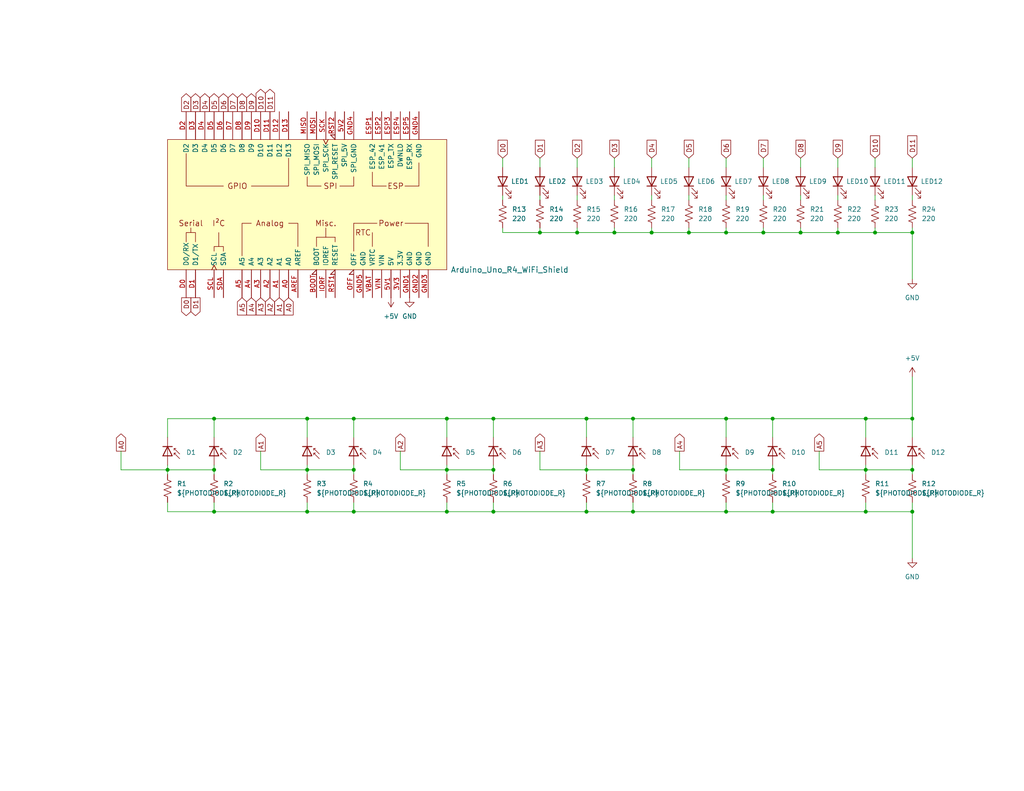
<source format=kicad_sch>
(kicad_sch (version 20250114) (generator "eeschema") (generator_version "9.0")
  (paper "USLetter")
  (title_block (title "Punched Card Reader") (date "2025-12-08") (rev "1.3") (company "Brown University") (comment 1 "Configure pin D13 on the UNO R4 to be analog input with the Renesas API") (comment 2 "Resistor values are subject to change") (comment 3 "Coupling two photodiodes to one analog pin"))
  (lib_symbols
    (symbol "Device:D_Photo" (pin_numbers (hide yes)) (pin_names (hide yes))
      (property "Reference" "D" (at 0.508 1.778 0))
      (property "Value" "D_Photo" (at -1.016 -2.794 0))
      (symbol "D_Photo_0_1"
        (polyline (pts (xy -2.54 1.27) (xy -2.54 -1.27)) (stroke (width 0.254)))
        (polyline (pts (xy -2.032 1.778) (xy -1.524 1.778)))
        (polyline (pts (xy -0.508 3.302) (xy -2.032 1.778) (xy -2.032 2.286)))
        (polyline (pts (xy 0 0) (xy -2.54 0)))
        (polyline (pts (xy 0 -1.27) (xy 0 1.27) (xy -2.54 0) (xy 0 -1.27)) (stroke (width 0.254)))
        (polyline (pts (xy 0.762 3.302) (xy -0.762 1.778) (xy -0.762 2.286) (xy -0.762 1.778) (xy -0.254 1.778)))
      )
      (symbol "D_Photo_1_1"
        (pin passive line (at -5.08 0 0) (length 2.54) (name "K") (number "1"))
        (pin passive line (at 2.54 0 180) (length 2.54) (name "A") (number "2"))
      )
    )
    (symbol "Device:LED" (pin_numbers (hide yes)) (pin_names (offset 1.016) (hide yes))
      (property "Reference" "D" (at 0 2.54 0))
      (property "Value" "LED" (at 0 -2.54 0))
      (symbol "LED_0_1"
        (polyline (pts (xy -3.048 -0.762) (xy -4.572 -2.286) (xy -3.81 -2.286) (xy -4.572 -2.286) (xy -4.572 -1.524)))
        (polyline (pts (xy -1.778 -0.762) (xy -3.302 -2.286) (xy -2.54 -2.286) (xy -3.302 -2.286) (xy -3.302 -1.524)))
        (polyline (pts (xy -1.27 0) (xy 1.27 0)))
        (polyline (pts (xy -1.27 -1.27) (xy -1.27 1.27)) (stroke (width 0.254)))
        (polyline (pts (xy 1.27 -1.27) (xy 1.27 1.27) (xy -1.27 0) (xy 1.27 -1.27)) (stroke (width 0.254)))
      )
      (symbol "LED_1_1"
        (pin passive line (at -3.81 0 0) (length 2.54) (name "K") (number "1"))
        (pin passive line (at 3.81 0 180) (length 2.54) (name "A") (number "2"))
      )
    )
    (symbol "Device:R_US" (pin_numbers (hide yes)) (pin_names (offset 0))
      (property "Reference" "R" (at 2.54 0 90))
      (property "Value" "R_US" (at -2.54 0 90))
      (symbol "R_US_0_1"
        (polyline (pts (xy 0 2.286) (xy 0 2.54)))
        (polyline (pts (xy 0 2.286) (xy 1.016 1.905) (xy 0 1.524) (xy -1.016 1.143) (xy 0 0.762)))
        (polyline (pts (xy 0 0.762) (xy 1.016 0.381) (xy 0 0) (xy -1.016 -0.381) (xy 0 -0.762)))
        (polyline (pts (xy 0 -0.762) (xy 1.016 -1.143) (xy 0 -1.524) (xy -1.016 -1.905) (xy 0 -2.286)))
        (polyline (pts (xy 0 -2.286) (xy 0 -2.54)))
      )
      (symbol "R_US_1_1"
        (pin passive line (at 0 3.81 270) (length 1.27) (name "~") (number "1"))
        (pin passive line (at 0 -3.81 90) (length 1.27) (name "~") (number "2"))
      )
    )
    (symbol "PCM_arduino-library:Arduino_Uno_R4_WiFi_Shield" (pin_names (offset 1.016))
      (property "Reference" "A" (at 0 43.18 0))
      (property "Value" "Arduino_Uno_R4_WiFi_Shield" (at 0 40.64 0))
      (symbol "Arduino_Uno_R4_WiFi_Shield_0_0"
        (rectangle (start -17.78 38.1) (end 17.78 -38.1) (fill (type background)))
        (polyline (pts (xy -12.7 25.4) (xy -11.43 25.4) (xy -11.43 22.86) (xy -12.7 22.86)))
        (rectangle (start -12.7 -12.7) (end -5.08 -12.7))
        (polyline (pts (xy -11.43 24.13) (xy -7.62 24.13)))
        (rectangle (start -11.43 -33.02) (end -5.08 -33.02))
        (polyline (pts (xy -10.16 33.02) (xy -7.62 33.02) (xy -7.62 30.48) (xy -10.16 30.48)))
        (rectangle (start -10.16 -7.62) (end -8.89 -7.62))
        (rectangle (start -8.89 -2.54) (end -11.43 -2.54))
        (rectangle (start -8.89 -5.08) (end -6.35 -5.08))
        (rectangle (start -8.89 -7.62) (end -8.89 -2.54))
        (polyline (pts (xy -7.62 31.75) (xy -6.35 31.75)))
        (polyline (pts (xy -5.08 15.24) (xy -5.08 17.78) (xy -13.97 17.78)))
        (polyline (pts (xy -5.08 5.08) (xy -5.08 2.54) (xy -11.43 2.54)))
        (polyline (pts (xy -5.08 -12.7) (xy -5.08 -19.05)))
        (polyline (pts (xy -5.08 -26.67) (xy -5.08 -33.02)))
        (polyline (pts (xy 5.08 22.86) (xy 5.08 33.02) (xy 13.97 33.02)))
        (polyline (pts (xy 5.08 15.24) (xy 5.08 5.08) (xy 12.7 5.08)))
        (rectangle (start 5.08 -3.81) (end 5.08 0))
        (rectangle (start 5.08 -12.7) (end 5.08 -8.89))
        (rectangle (start 5.08 -12.7) (end 7.62 -12.7))
        (rectangle (start 5.08 -17.78) (end 8.89 -17.78))
        (rectangle (start 5.08 -21.59) (end 5.08 -17.78))
        (rectangle (start 5.08 -30.48) (end 5.08 -26.67))
        (rectangle (start 5.08 -30.48) (end 11.43 -30.48))
        (rectangle (start 7.62 0) (end 5.08 0))
        (text "RTC" (at -7.62 -15.24 900) (effects (font (size 1.524 1.524))))
        (text "Serial" (at -5.08 31.75 900) (effects (font (size 1.524 1.524))))
        (text "I²C" (at -5.08 24.13 900) (effects (font (size 1.524 1.524))))
        (text "Analog" (at -5.08 10.16 900) (effects (font (size 1.524 1.524))))
        (text "Misc." (at -5.08 -5.08 900) (effects (font (size 1.524 1.524))))
        (text "Power" (at -5.08 -22.86 900) (effects (font (size 1.524 1.524))))
        (text "SPI" (at 5.08 -6.35 900) (effects (font (size 1.524 1.524))))
        (text "ESP" (at 5.08 -24.13 900) (effects (font (size 1.524 1.524))))
      )
      (symbol "Arduino_Uno_R4_WiFi_Shield_0_1"
        (polyline (pts (xy -11.43 -17.78) (xy -7.62 -17.78)))
      )
      (symbol "Arduino_Uno_R4_WiFi_Shield_1_0"
        (text "GPIO" (at 5.08 19.05 900) (effects (font (size 1.524 1.524))))
      )
      (symbol "Arduino_Uno_R4_WiFi_Shield_1_1"
        (pin bidirectional line (at -25.4 33.02 0) (length 7.62) (name "D0/RX") (number "D0"))
        (pin bidirectional line (at -25.4 30.48 0) (length 7.62) (name "D1/TX") (number "D1"))
        (pin bidirectional clock (at -25.4 25.4 0) (length 7.62) (name "SCL") (number "SCL"))
        (pin bidirectional line (at -25.4 22.86 0) (length 7.62) (name "SDA") (number "SDA"))
        (pin bidirectional line (at -25.4 17.78 0) (length 7.62) (name "A5") (number "A5"))
        (pin bidirectional line (at -25.4 15.24 0) (length 7.62) (name "A4") (number "A4"))
        (pin bidirectional line (at -25.4 12.7 0) (length 7.62) (name "A3") (number "A3"))
        (pin bidirectional line (at -25.4 10.16 0) (length 7.62) (name "A2") (number "A2"))
        (pin bidirectional line (at -25.4 7.62 0) (length 7.62) (name "A1") (number "A1"))
        (pin bidirectional line (at -25.4 5.08 0) (length 7.62) (name "A0") (number "A0"))
        (pin input line (at -25.4 2.54 0) (length 7.62) (name "AREF") (number "AREF"))
        (pin input input_low (at -25.4 -2.54 0) (length 7.62) (name "BOOT") (number "BOOT"))
        (pin output line (at -25.4 -5.08 0) (length 7.62) (name "IOREF") (number "IORF"))
        (pin open_collector input_low (at -25.4 -7.62 0) (length 7.62) (name "RESET") (number "RST1"))
        (pin input input_low (at -25.4 -12.7 0) (length 7.62) (name "OFF") (number "OFF"))
        (pin power_in line (at -25.4 -15.24 0) (length 7.62) (name "GND") (number "GND5"))
        (pin power_in line (at -25.4 -17.78 0) (length 7.62) (name "VRTC") (number "VBAT"))
        (pin power_in line (at -25.4 -20.32 0) (length 7.62) (name "VIN") (number "VIN"))
        (pin power_in line (at -25.4 -22.86 0) (length 7.62) (name "5V") (number "5V1"))
        (pin power_out line (at -25.4 -25.4 0) (length 7.62) (name "3.3V") (number "3V3"))
        (pin power_in line (at -25.4 -27.94 0) (length 7.62) (name "GND") (number "GND1"))
        (pin power_in line (at -25.4 -30.48 0) (length 7.62) (name "GND") (number "GND2"))
        (pin power_in line (at -25.4 -33.02 0) (length 7.62) (name "GND") (number "GND3"))
        (pin bidirectional line (at 25.4 33.02 180) (length 7.62) (name "D2") (number "D2"))
        (pin bidirectional line (at 25.4 30.48 180) (length 7.62) (name "D3") (number "D3"))
        (pin bidirectional line (at 25.4 27.94 180) (length 7.62) (name "D4") (number "D4"))
        (pin bidirectional line (at 25.4 25.4 180) (length 7.62) (name "D5") (number "D5"))
        (pin bidirectional line (at 25.4 22.86 180) (length 7.62) (name "D6") (number "D6"))
        (pin bidirectional line (at 25.4 20.32 180) (length 7.62) (name "D7") (number "D7"))
        (pin bidirectional line (at 25.4 17.78 180) (length 7.62) (name "D8") (number "D8"))
        (pin bidirectional line (at 25.4 15.24 180) (length 7.62) (name "D9") (number "D9"))
        (pin bidirectional line (at 25.4 12.7 180) (length 7.62) (name "D10") (number "D10"))
        (pin bidirectional line (at 25.4 10.16 180) (length 7.62) (name "D11") (number "D11"))
        (pin bidirectional line (at 25.4 7.62 180) (length 7.62) (name "D12") (number "D12"))
        (pin bidirectional line (at 25.4 5.08 180) (length 7.62) (name "D13") (number "D13"))
        (pin input line (at 25.4 0 180) (length 7.62) (name "SPI_MISO") (number "MISO"))
        (pin output line (at 25.4 -2.54 180) (length 7.62) (name "SPI_MOSI") (number "MOSI"))
        (pin output clock (at 25.4 -5.08 180) (length 7.62) (name "SPI_SCK") (number "SCK"))
        (pin open_collector input_low (at 25.4 -7.62 180) (length 7.62) (name "SPI_RESET") (number "RST2"))
        (pin power_in line (at 25.4 -10.16 180) (length 7.62) (name "SPI_5V") (number "5V2"))
        (pin power_in line (at 25.4 -12.7 180) (length 7.62) (name "SPI_GND") (number "GND4"))
        (pin bidirectional line (at 25.4 -17.78 180) (length 7.62) (name "ESP_42") (number "ESP1"))
        (pin bidirectional line (at 25.4 -20.32 180) (length 7.62) (name "ESP_41") (number "ESP2"))
        (pin bidirectional line (at 25.4 -22.86 180) (length 7.62) (name "ESP_TX") (number "ESP3"))
        (pin bidirectional line (at 25.4 -25.4 180) (length 7.62) (name "DWNLD") (number "ESP4"))
        (pin bidirectional line (at 25.4 -27.94 180) (length 7.62) (name "ESP_RX") (number "ESP5"))
        (pin power_in line (at 25.4 -30.48 180) (length 7.62) (name "GND") (number "GND4"))
      )
    )
    (symbol "power:+5V" (power) (pin_numbers (hide yes)) (pin_names (offset 0) (hide yes))
      (property "Value" "+5V" (at 0 3.556 0))
      (symbol "+5V_0_1"
        (polyline (pts (xy -0.762 1.27) (xy 0 2.54)))
        (polyline (pts (xy 0 2.54) (xy 0.762 1.27)))
        (polyline (pts (xy 0 0) (xy 0 2.54)))
      )
      (symbol "+5V_1_1"
        (pin power_in line (at 0 0 90) (length 0) (name "~") (number "1"))
      )
    )
    (symbol "power:GND" (power) (pin_numbers (hide yes)) (pin_names (offset 0) (hide yes))
      (property "Value" "GND" (at 0 -3.81 0))
      (symbol "GND_0_1"
        (polyline (pts (xy 0 0) (xy 0 -1.27) (xy 1.27 -1.27) (xy 0 -2.54) (xy -1.27 -1.27) (xy 0 -1.27)))
      )
      (symbol "GND_1_1"
        (pin power_in line (at 0 0 270) (length 0) (name "~") (number "1"))
      )
    )
  )
  (junction (at 172.72 139.7))
  (junction (at 96.52 139.7))
  (junction (at 248.92 63.5))
  (junction (at 121.92 128.27))
  (junction (at 157.48 63.5))
  (junction (at 160.02 128.27))
  (junction (at 45.72 128.27))
  (junction (at 210.82 114.3))
  (junction (at 172.72 128.27))
  (junction (at 58.42 139.7))
  (junction (at 248.92 114.3))
  (junction (at 147.32 63.5))
  (junction (at 208.28 63.5))
  (junction (at 160.02 139.7))
  (junction (at 134.62 128.27))
  (junction (at 96.52 114.3))
  (junction (at 210.82 128.27))
  (junction (at 228.6 63.5))
  (junction (at 96.52 128.27))
  (junction (at 172.72 114.3))
  (junction (at 177.8 63.5))
  (junction (at 198.12 63.5))
  (junction (at 198.12 139.7))
  (junction (at 236.22 114.3))
  (junction (at 236.22 128.27))
  (junction (at 210.82 139.7))
  (junction (at 83.82 128.27))
  (junction (at 134.62 114.3))
  (junction (at 218.44 63.5))
  (junction (at 248.92 128.27))
  (junction (at 248.92 139.7))
  (junction (at 121.92 139.7))
  (junction (at 198.12 114.3))
  (junction (at 83.82 139.7))
  (junction (at 236.22 139.7))
  (junction (at 160.02 114.3))
  (junction (at 167.64 63.5))
  (junction (at 58.42 128.27))
  (junction (at 58.42 114.3))
  (junction (at 198.12 128.27))
  (junction (at 187.96 63.5))
  (junction (at 134.62 139.7))
  (junction (at 121.92 114.3))
  (junction (at 83.82 114.3))
  (junction (at 238.76 63.5))
  (wire (pts (xy 83.82 128.27) (xy 96.52 128.27)))
  (wire (pts (xy 33.02 128.27) (xy 45.72 128.27)))
  (wire (pts (xy 71.12 128.27) (xy 83.82 128.27)))
  (wire (pts (xy 198.12 62.23) (xy 198.12 63.5)))
  (wire (pts (xy 134.62 139.7) (xy 160.02 139.7)))
  (wire (pts (xy 147.32 123.19) (xy 147.32 128.27)))
  (wire (pts (xy 248.92 63.5) (xy 248.92 76.2)))
  (wire (pts (xy 45.72 128.27) (xy 58.42 128.27)))
  (wire (pts (xy 177.8 63.5) (xy 187.96 63.5)))
  (wire (pts (xy 147.32 62.23) (xy 147.32 63.5)))
  (wire (pts (xy 236.22 114.3) (xy 248.92 114.3)))
  (wire (pts (xy 83.82 127) (xy 83.82 128.27)))
  (wire (pts (xy 208.28 63.5) (xy 218.44 63.5)))
  (wire (pts (xy 172.72 114.3) (xy 198.12 114.3)))
  (wire (pts (xy 137.16 43.18) (xy 137.16 45.72)))
  (wire (pts (xy 172.72 139.7) (xy 198.12 139.7)))
  (wire (pts (xy 238.76 53.34) (xy 238.76 54.61)))
  (wire (pts (xy 58.42 128.27) (xy 58.42 129.54)))
  (wire (pts (xy 248.92 139.7) (xy 248.92 152.4)))
  (wire (pts (xy 187.96 63.5) (xy 198.12 63.5)))
  (wire (pts (xy 167.64 63.5) (xy 177.8 63.5)))
  (wire (pts (xy 223.52 123.19) (xy 223.52 128.27)))
  (wire (pts (xy 134.62 127) (xy 134.62 128.27)))
  (wire (pts (xy 167.64 43.18) (xy 167.64 45.72)))
  (wire (pts (xy 198.12 137.16) (xy 198.12 139.7)))
  (wire (pts (xy 238.76 43.18) (xy 238.76 45.72)))
  (wire (pts (xy 134.62 128.27) (xy 134.62 129.54)))
  (wire (pts (xy 58.42 137.16) (xy 58.42 139.7)))
  (wire (pts (xy 236.22 128.27) (xy 248.92 128.27)))
  (wire (pts (xy 134.62 114.3) (xy 134.62 119.38)))
  (wire (pts (xy 137.16 63.5) (xy 147.32 63.5)))
  (wire (pts (xy 121.92 114.3) (xy 121.92 119.38)))
  (wire (pts (xy 172.72 137.16) (xy 172.72 139.7)))
  (wire (pts (xy 210.82 114.3) (xy 210.82 119.38)))
  (wire (pts (xy 121.92 139.7) (xy 134.62 139.7)))
  (wire (pts (xy 236.22 127) (xy 236.22 128.27)))
  (wire (pts (xy 198.12 114.3) (xy 210.82 114.3)))
  (wire (pts (xy 157.48 62.23) (xy 157.48 63.5)))
  (wire (pts (xy 248.92 53.34) (xy 248.92 54.61)))
  (wire (pts (xy 109.22 128.27) (xy 121.92 128.27)))
  (wire (pts (xy 83.82 137.16) (xy 83.82 139.7)))
  (wire (pts (xy 58.42 139.7) (xy 83.82 139.7)))
  (wire (pts (xy 160.02 128.27) (xy 172.72 128.27)))
  (wire (pts (xy 96.52 128.27) (xy 96.52 129.54)))
  (wire (pts (xy 198.12 128.27) (xy 210.82 128.27)))
  (wire (pts (xy 228.6 63.5) (xy 238.76 63.5)))
  (wire (pts (xy 248.92 127) (xy 248.92 128.27)))
  (wire (pts (xy 160.02 127) (xy 160.02 128.27)))
  (wire (pts (xy 83.82 114.3) (xy 83.82 119.38)))
  (wire (pts (xy 185.42 123.19) (xy 185.42 128.27)))
  (wire (pts (xy 210.82 128.27) (xy 210.82 129.54)))
  (wire (pts (xy 121.92 128.27) (xy 134.62 128.27)))
  (wire (pts (xy 210.82 127) (xy 210.82 128.27)))
  (wire (pts (xy 172.72 128.27) (xy 172.72 129.54)))
  (wire (pts (xy 83.82 139.7) (xy 96.52 139.7)))
  (wire (pts (xy 121.92 137.16) (xy 121.92 139.7)))
  (wire (pts (xy 228.6 53.34) (xy 228.6 54.61)))
  (wire (pts (xy 137.16 62.23) (xy 137.16 63.5)))
  (wire (pts (xy 248.92 43.18) (xy 248.92 45.72)))
  (wire (pts (xy 248.92 114.3) (xy 248.92 119.38)))
  (wire (pts (xy 218.44 43.18) (xy 218.44 45.72)))
  (wire (pts (xy 172.72 114.3) (xy 172.72 119.38)))
  (wire (pts (xy 96.52 114.3) (xy 121.92 114.3)))
  (wire (pts (xy 121.92 114.3) (xy 134.62 114.3)))
  (wire (pts (xy 238.76 63.5) (xy 248.92 63.5)))
  (wire (pts (xy 208.28 53.34) (xy 208.28 54.61)))
  (wire (pts (xy 160.02 128.27) (xy 160.02 129.54)))
  (wire (pts (xy 198.12 63.5) (xy 208.28 63.5)))
  (wire (pts (xy 198.12 114.3) (xy 198.12 119.38)))
  (wire (pts (xy 198.12 127) (xy 198.12 128.27)))
  (wire (pts (xy 45.72 139.7) (xy 58.42 139.7)))
  (wire (pts (xy 248.92 128.27) (xy 248.92 129.54)))
  (wire (pts (xy 210.82 114.3) (xy 236.22 114.3)))
  (wire (pts (xy 45.72 114.3) (xy 45.72 119.38)))
  (wire (pts (xy 172.72 127) (xy 172.72 128.27)))
  (wire (pts (xy 228.6 43.18) (xy 228.6 45.72)))
  (wire (pts (xy 160.02 139.7) (xy 172.72 139.7)))
  (wire (pts (xy 187.96 43.18) (xy 187.96 45.72)))
  (wire (pts (xy 134.62 137.16) (xy 134.62 139.7)))
  (wire (pts (xy 248.92 102.87) (xy 248.92 114.3)))
  (wire (pts (xy 238.76 62.23) (xy 238.76 63.5)))
  (wire (pts (xy 236.22 137.16) (xy 236.22 139.7)))
  (wire (pts (xy 96.52 137.16) (xy 96.52 139.7)))
  (wire (pts (xy 58.42 114.3) (xy 58.42 119.38)))
  (wire (pts (xy 177.8 53.34) (xy 177.8 54.61)))
  (wire (pts (xy 121.92 127) (xy 121.92 128.27)))
  (wire (pts (xy 208.28 62.23) (xy 208.28 63.5)))
  (wire (pts (xy 83.82 128.27) (xy 83.82 129.54)))
  (wire (pts (xy 33.02 123.19) (xy 33.02 128.27)))
  (wire (pts (xy 198.12 53.34) (xy 198.12 54.61)))
  (wire (pts (xy 157.48 63.5) (xy 167.64 63.5)))
  (wire (pts (xy 198.12 43.18) (xy 198.12 45.72)))
  (wire (pts (xy 147.32 53.34) (xy 147.32 54.61)))
  (wire (pts (xy 147.32 43.18) (xy 147.32 45.72)))
  (wire (pts (xy 96.52 139.7) (xy 121.92 139.7)))
  (wire (pts (xy 45.72 128.27) (xy 45.72 129.54)))
  (wire (pts (xy 177.8 62.23) (xy 177.8 63.5)))
  (wire (pts (xy 96.52 114.3) (xy 96.52 119.38)))
  (wire (pts (xy 210.82 137.16) (xy 210.82 139.7)))
  (wire (pts (xy 160.02 114.3) (xy 160.02 119.38)))
  (wire (pts (xy 198.12 128.27) (xy 198.12 129.54)))
  (wire (pts (xy 157.48 43.18) (xy 157.48 45.72)))
  (wire (pts (xy 218.44 62.23) (xy 218.44 63.5)))
  (wire (pts (xy 157.48 53.34) (xy 157.48 54.61)))
  (wire (pts (xy 58.42 114.3) (xy 83.82 114.3)))
  (wire (pts (xy 218.44 63.5) (xy 228.6 63.5)))
  (wire (pts (xy 177.8 43.18) (xy 177.8 45.72)))
  (wire (pts (xy 208.28 43.18) (xy 208.28 45.72)))
  (wire (pts (xy 109.22 123.19) (xy 109.22 128.27)))
  (wire (pts (xy 185.42 128.27) (xy 198.12 128.27)))
  (wire (pts (xy 147.32 128.27) (xy 160.02 128.27)))
  (wire (pts (xy 198.12 139.7) (xy 210.82 139.7)))
  (wire (pts (xy 228.6 62.23) (xy 228.6 63.5)))
  (wire (pts (xy 160.02 137.16) (xy 160.02 139.7)))
  (wire (pts (xy 147.32 63.5) (xy 157.48 63.5)))
  (wire (pts (xy 45.72 127) (xy 45.72 128.27)))
  (wire (pts (xy 160.02 114.3) (xy 172.72 114.3)))
  (wire (pts (xy 58.42 127) (xy 58.42 128.27)))
  (wire (pts (xy 236.22 114.3) (xy 236.22 119.38)))
  (wire (pts (xy 248.92 137.16) (xy 248.92 139.7)))
  (wire (pts (xy 236.22 128.27) (xy 236.22 129.54)))
  (wire (pts (xy 121.92 128.27) (xy 121.92 129.54)))
  (wire (pts (xy 236.22 139.7) (xy 248.92 139.7)))
  (wire (pts (xy 134.62 114.3) (xy 160.02 114.3)))
  (wire (pts (xy 248.92 62.23) (xy 248.92 63.5)))
  (wire (pts (xy 45.72 137.16) (xy 45.72 139.7)))
  (wire (pts (xy 187.96 53.34) (xy 187.96 54.61)))
  (wire (pts (xy 137.16 53.34) (xy 137.16 54.61)))
  (wire (pts (xy 223.52 128.27) (xy 236.22 128.27)))
  (wire (pts (xy 167.64 62.23) (xy 167.64 63.5)))
  (wire (pts (xy 45.72 114.3) (xy 58.42 114.3)))
  (wire (pts (xy 83.82 114.3) (xy 96.52 114.3)))
  (wire (pts (xy 187.96 62.23) (xy 187.96 63.5)))
  (wire (pts (xy 71.12 123.19) (xy 71.12 128.27)))
  (wire (pts (xy 96.52 127) (xy 96.52 128.27)))
  (wire (pts (xy 218.44 53.34) (xy 218.44 54.61)))
  (wire (pts (xy 167.64 53.34) (xy 167.64 54.61)))
  (wire (pts (xy 210.82 139.7) (xy 236.22 139.7)))
  (global_label "D8" (shape output) (at 66.04 30.48 90) (property "Intersheetrefs" "${INTERSHEET_REFS}" (effects (hide yes))))
  (global_label "A0" (shape output) (at 33.02 123.19 90) (property "Intersheetrefs" "${INTERSHEET_REFS}" (effects (hide yes))))
  (global_label "D7" (shape output) (at 63.5 30.48 90) (property "Intersheetrefs" "${INTERSHEET_REFS}" (effects (hide yes))))
  (global_label "A2" (shape output) (at 109.22 123.19 90) (property "Intersheetrefs" "${INTERSHEET_REFS}" (effects (hide yes))))
  (global_label "D4" (shape output) (at 55.88 30.48 90) (property "Intersheetrefs" "${INTERSHEET_REFS}" (effects (hide yes))))
  (global_label "D1" (shape output) (at 53.34 81.28 270) (property "Intersheetrefs" "${INTERSHEET_REFS}" (effects (hide yes))))
  (global_label "A4" (shape input) (at 68.58 81.28 270) (property "Intersheetrefs" "${INTERSHEET_REFS}" (effects (hide yes))))
  (global_label "A1" (shape input) (at 76.2 81.28 270) (property "Intersheetrefs" "${INTERSHEET_REFS}" (effects (hide yes))))
  (global_label "D9" (shape input) (at 228.6 43.18 90) (property "Intersheetrefs" "${INTERSHEET_REFS}" (effects (hide yes))))
  (global_label "D0" (shape input) (at 137.16 43.18 90) (property "Intersheetrefs" "${INTERSHEET_REFS}" (effects (hide yes))))
  (global_label "A5" (shape input) (at 66.04 81.28 270) (property "Intersheetrefs" "${INTERSHEET_REFS}" (effects (hide yes))))
  (global_label "D11" (shape output) (at 73.66 30.48 90) (property "Intersheetrefs" "${INTERSHEET_REFS}" (effects (hide yes))))
  (global_label "D6" (shape output) (at 60.96 30.48 90) (property "Intersheetrefs" "${INTERSHEET_REFS}" (effects (hide yes))))
  (global_label "D7" (shape input) (at 208.28 43.18 90) (property "Intersheetrefs" "${INTERSHEET_REFS}" (effects (hide yes))))
  (global_label "D2" (shape output) (at 50.8 30.48 90) (property "Intersheetrefs" "${INTERSHEET_REFS}" (effects (hide yes))))
  (global_label "A3" (shape output) (at 147.32 123.19 90) (property "Intersheetrefs" "${INTERSHEET_REFS}" (effects (hide yes))))
  (global_label "A4" (shape output) (at 185.42 123.19 90) (property "Intersheetrefs" "${INTERSHEET_REFS}" (effects (hide yes))))
  (global_label "D4" (shape input) (at 177.8 43.18 90) (property "Intersheetrefs" "${INTERSHEET_REFS}" (effects (hide yes))))
  (global_label "D10" (shape output) (at 71.12 30.48 90) (property "Intersheetrefs" "${INTERSHEET_REFS}" (effects (hide yes))))
  (global_label "A0" (shape input) (at 78.74 81.28 270) (property "Intersheetrefs" "${INTERSHEET_REFS}" (effects (hide yes))))
  (global_label "D3" (shape output) (at 53.34 30.48 90) (property "Intersheetrefs" "${INTERSHEET_REFS}" (effects (hide yes))))
  (global_label "A3" (shape input) (at 71.12 81.28 270) (property "Intersheetrefs" "${INTERSHEET_REFS}" (effects (hide yes))))
  (global_label "A2" (shape input) (at 73.66 81.28 270) (property "Intersheetrefs" "${INTERSHEET_REFS}" (effects (hide yes))))
  (global_label "D10" (shape input) (at 238.76 43.18 90) (property "Intersheetrefs" "${INTERSHEET_REFS}" (effects (hide yes))))
  (global_label "D8" (shape input) (at 218.44 43.18 90) (property "Intersheetrefs" "${INTERSHEET_REFS}" (effects (hide yes))))
  (global_label "D2" (shape input) (at 157.48 43.18 90) (property "Intersheetrefs" "${INTERSHEET_REFS}" (effects (hide yes))))
  (global_label "D6" (shape input) (at 198.12 43.18 90) (property "Intersheetrefs" "${INTERSHEET_REFS}" (effects (hide yes))))
  (global_label "D9" (shape output) (at 68.58 30.48 90) (property "Intersheetrefs" "${INTERSHEET_REFS}" (effects (hide yes))))
  (global_label "D11" (shape input) (at 248.92 43.18 90) (property "Intersheetrefs" "${INTERSHEET_REFS}" (effects (hide yes))))
  (global_label "A1" (shape output) (at 71.12 123.19 90) (property "Intersheetrefs" "${INTERSHEET_REFS}" (effects (hide yes))))
  (global_label "A5" (shape output) (at 223.52 123.19 90) (property "Intersheetrefs" "${INTERSHEET_REFS}" (effects (hide yes))))
  (global_label "D5" (shape input) (at 187.96 43.18 90) (property "Intersheetrefs" "${INTERSHEET_REFS}" (effects (hide yes))))
  (global_label "D0" (shape output) (at 50.8 81.28 270) (property "Intersheetrefs" "${INTERSHEET_REFS}" (effects (hide yes))))
  (global_label "D1" (shape input) (at 147.32 43.18 90) (property "Intersheetrefs" "${INTERSHEET_REFS}" (effects (hide yes))))
  (global_label "D3" (shape input) (at 167.64 43.18 90) (property "Intersheetrefs" "${INTERSHEET_REFS}" (effects (hide yes))))
  (global_label "D5" (shape output) (at 58.42 30.48 90) (property "Intersheetrefs" "${INTERSHEET_REFS}" (effects (hide yes))))
  (symbol (lib_id "Device:D_Photo") (at 210.82 124.46 270) (unit 1)
    (property "Reference" "D10" (at 215.9 123.5074 90) (effects (justify left)))
    (property "Value" "D_Photo" (effects (hide yes)))
    (property "Description" "Photodiode" (effects (hide yes)))
  )
  (symbol (lib_id "Device:LED") (at 147.32 49.53 90) (unit 1)
    (property "Reference" "LED2" (at 149.606 49.53 90) (effects (justify right)))
    (property "Value" "LED" (effects (hide yes)))
    (property "Description" "Light emitting diode" (effects (hide yes)))
    (property "Sim.Pins" "1=K 2=A" (effects (hide yes)))
  )
  (symbol (lib_id "Device:D_Photo") (at 198.12 124.46 270) (unit 1)
    (property "Reference" "D9" (at 203.2 123.5074 90) (effects (justify left)))
    (property "Value" "D_Photo" (effects (hide yes)))
    (property "Description" "Photodiode" (effects (hide yes)))
  )
  (symbol (lib_id "Device:R_US") (at 160.02 133.35 0) (unit 1)
    (property "Reference" "R7" (at 162.56 132.0799 0) (effects (justify left)))
    (property "Value" "${PHOTODIODE_R}" (at 162.56 134.6199 0) (effects (justify left)))
    (property "Description" "Resistor, US symbol" (effects (hide yes)))
  )
  (symbol (lib_id "Device:D_Photo") (at 172.72 124.46 270) (unit 1)
    (property "Reference" "D8" (at 177.8 123.5074 90) (effects (justify left)))
    (property "Value" "D_Photo" (effects (hide yes)))
    (property "Description" "Photodiode" (effects (hide yes)))
  )
  (symbol (lib_id "Device:LED") (at 187.96 49.53 90) (unit 1)
    (property "Reference" "LED6" (at 190.246 49.53 90) (effects (justify right)))
    (property "Value" "LED" (effects (hide yes)))
    (property "Description" "Light emitting diode" (effects (hide yes)))
    (property "Sim.Pins" "1=K 2=A" (effects (hide yes)))
  )
  (symbol (lib_id "Device:D_Photo") (at 96.52 124.46 270) (unit 1)
    (property "Reference" "D4" (at 101.6 123.5074 90) (effects (justify left)))
    (property "Value" "D_Photo" (effects (hide yes)))
    (property "Description" "Photodiode" (effects (hide yes)))
  )
  (symbol (lib_id "Device:LED") (at 228.6 49.53 90) (unit 1)
    (property "Reference" "LED10" (at 230.886 49.53 90) (effects (justify right)))
    (property "Value" "LED" (effects (hide yes)))
    (property "Description" "Light emitting diode" (effects (hide yes)))
    (property "Sim.Pins" "1=K 2=A" (effects (hide yes)))
  )
  (symbol (lib_id "power:GND") (at 248.92 152.4 0) (unit 1)
    (property "Reference" "#PWR01" (effects (hide yes)))
    (property "Value" "GND" (at 248.92 157.48 0))
    (property "Description" "Power symbol creates a global label with name \"GND\" , ground" (effects (hide yes)))
  )
  (symbol (lib_id "Device:LED") (at 177.8 49.53 90) (unit 1)
    (property "Reference" "LED5" (at 180.086 49.53 90) (effects (justify right)))
    (property "Value" "LED" (effects (hide yes)))
    (property "Description" "Light emitting diode" (effects (hide yes)))
    (property "Sim.Pins" "1=K 2=A" (effects (hide yes)))
  )
  (symbol (lib_id "power:GND") (at 248.92 76.2 0) (unit 1)
    (property "Reference" "#PWR05" (effects (hide yes)))
    (property "Value" "GND" (at 248.92 81.28 0))
    (property "Description" "Power symbol creates a global label with name \"GND\" , ground" (effects (hide yes)))
  )
  (symbol (lib_id "Device:D_Photo") (at 236.22 124.46 270) (unit 1)
    (property "Reference" "D11" (at 241.3 123.5074 90) (effects (justify left)))
    (property "Value" "D_Photo" (effects (hide yes)))
    (property "Description" "Photodiode" (effects (hide yes)))
  )
  (symbol (lib_id "Device:R_US") (at 228.6 58.42 0) (unit 1)
    (property "Reference" "R22" (at 231.14 57.1499 0) (effects (justify left)))
    (property "Value" "220" (at 231.14 59.6899 0) (effects (justify left)))
    (property "Description" "Resistor, US symbol" (effects (hide yes)))
  )
  (symbol (lib_id "Device:R_US") (at 121.92 133.35 0) (unit 1)
    (property "Reference" "R5" (at 124.46 132.0799 0) (effects (justify left)))
    (property "Value" "${PHOTODIODE_R}" (at 124.46 134.6199 0) (effects (justify left)))
    (property "Description" "Resistor, US symbol" (effects (hide yes)))
  )
  (symbol (lib_id "power:+5V") (at 106.68 81.28 180) (unit 1)
    (property "Reference" "#PWR03" (effects (hide yes)))
    (property "Value" "+5V" (at 106.68 86.36 0))
    (property "Description" "Power symbol creates a global label with name \"+5V\"" (effects (hide yes)))
  )
  (symbol (lib_id "Device:R_US") (at 236.22 133.35 0) (unit 1)
    (property "Reference" "R11" (at 238.76 132.0799 0) (effects (justify left)))
    (property "Value" "${PHOTODIODE_R}" (at 238.76 134.6199 0) (effects (justify left)))
    (property "Description" "Resistor, US symbol" (effects (hide yes)))
  )
  (symbol (lib_id "Device:LED") (at 218.44 49.53 90) (unit 1)
    (property "Reference" "LED9" (at 220.726 49.53 90) (effects (justify right)))
    (property "Value" "LED" (effects (hide yes)))
    (property "Description" "Light emitting diode" (effects (hide yes)))
    (property "Sim.Pins" "1=K 2=A" (effects (hide yes)))
  )
  (symbol (lib_id "Device:D_Photo") (at 58.42 124.46 270) (unit 1)
    (property "Reference" "D2" (at 63.5 123.5074 90) (effects (justify left)))
    (property "Value" "D_Photo" (effects (hide yes)))
    (property "Description" "Photodiode" (effects (hide yes)))
  )
  (symbol (lib_id "Device:R_US") (at 208.28 58.42 0) (unit 1)
    (property "Reference" "R20" (at 210.82 57.1499 0) (effects (justify left)))
    (property "Value" "220" (at 210.82 59.6899 0) (effects (justify left)))
    (property "Description" "Resistor, US symbol" (effects (hide yes)))
  )
  (symbol (lib_id "Device:R_US") (at 167.64 58.42 0) (unit 1)
    (property "Reference" "R16" (at 170.18 57.1499 0) (effects (justify left)))
    (property "Value" "220" (at 170.18 59.6899 0) (effects (justify left)))
    (property "Description" "Resistor, US symbol" (effects (hide yes)))
  )
  (symbol (lib_id "Device:R_US") (at 187.96 58.42 0) (unit 1)
    (property "Reference" "R18" (at 190.5 57.1499 0) (effects (justify left)))
    (property "Value" "220" (at 190.5 59.6899 0) (effects (justify left)))
    (property "Description" "Resistor, US symbol" (effects (hide yes)))
  )
  (symbol (lib_id "Device:R_US") (at 218.44 58.42 0) (unit 1)
    (property "Reference" "R21" (at 220.98 57.1499 0) (effects (justify left)))
    (property "Value" "220" (at 220.98 59.6899 0) (effects (justify left)))
    (property "Description" "Resistor, US symbol" (effects (hide yes)))
  )
  (symbol (lib_id "Device:LED") (at 208.28 49.53 90) (unit 1)
    (property "Reference" "LED8" (at 210.566 49.53 90) (effects (justify right)))
    (property "Value" "LED" (effects (hide yes)))
    (property "Description" "Light emitting diode" (effects (hide yes)))
    (property "Sim.Pins" "1=K 2=A" (effects (hide yes)))
  )
  (symbol (lib_id "Device:R_US") (at 248.92 133.35 0) (unit 1)
    (property "Reference" "R12" (at 251.46 132.0799 0) (effects (justify left)))
    (property "Value" "${PHOTODIODE_R}" (at 251.46 134.6199 0) (effects (justify left)))
    (property "Description" "Resistor, US symbol" (effects (hide yes)))
  )
  (symbol (lib_id "power:GND") (at 111.76 81.28 0) (unit 1)
    (property "Reference" "#PWR04" (effects (hide yes)))
    (property "Value" "GND" (at 111.76 86.36 0))
    (property "Description" "Power symbol creates a global label with name \"GND\" , ground" (effects (hide yes)))
  )
  (symbol (lib_id "PCM_arduino-library:Arduino_Uno_R4_WiFi_Shield") (at 83.82 55.88 90) (unit 1)
    (property "Reference" "A1" (effects (hide yes)))
    (property "Value" "Arduino_Uno_R4_WiFi_Shield" (at 122.936 73.66 90) (effects (font (size 1.524 1.524)) (justify right)))
    (property "Footprint" "PCM_arduino-library:Arduino_Uno_R4_WiFi_Shield" (effects (hide yes)))
    (property "Datasheet" "https://docs.arduino.cc/hardware/uno-r4-wifi" (effects (hide yes)))
    (property "Description" "Shield for Arduino Uno R4 WiFi" (effects (hide yes)))
  )
  (symbol (lib_id "Device:R_US") (at 147.32 58.42 0) (unit 1)
    (property "Reference" "R14" (at 149.86 57.1499 0) (effects (justify left)))
    (property "Value" "220" (at 149.86 59.6899 0) (effects (justify left)))
    (property "Description" "Resistor, US symbol" (effects (hide yes)))
  )
  (symbol (lib_id "Device:LED") (at 238.76 49.53 90) (unit 1)
    (property "Reference" "LED11" (at 241.046 49.53 90) (effects (justify right)))
    (property "Value" "LED" (effects (hide yes)))
    (property "Description" "Light emitting diode" (effects (hide yes)))
    (property "Sim.Pins" "1=K 2=A" (effects (hide yes)))
  )
  (symbol (lib_id "Device:R_US") (at 137.16 58.42 0) (unit 1)
    (property "Reference" "R13" (at 139.7 57.1499 0) (effects (justify left)))
    (property "Value" "220" (at 139.7 59.6899 0) (effects (justify left)))
    (property "Description" "Resistor, US symbol" (effects (hide yes)))
  )
  (symbol (lib_id "power:+5V") (at 248.92 102.87 0) (unit 1)
    (property "Reference" "#PWR02" (effects (hide yes)))
    (property "Value" "+5V" (at 248.92 97.79 0))
    (property "Description" "Power symbol creates a global label with name \"+5V\"" (effects (hide yes)))
  )
  (symbol (lib_id "Device:R_US") (at 198.12 133.35 0) (unit 1)
    (property "Reference" "R9" (at 200.66 132.0799 0) (effects (justify left)))
    (property "Value" "${PHOTODIODE_R}" (at 200.66 134.6199 0) (effects (justify left)))
    (property "Description" "Resistor, US symbol" (effects (hide yes)))
  )
  (symbol (lib_id "Device:D_Photo") (at 134.62 124.46 270) (unit 1)
    (property "Reference" "D6" (at 139.7 123.5074 90) (effects (justify left)))
    (property "Value" "D_Photo" (effects (hide yes)))
    (property "Description" "Photodiode" (effects (hide yes)))
  )
  (symbol (lib_id "Device:R_US") (at 157.48 58.42 0) (unit 1)
    (property "Reference" "R15" (at 160.02 57.1499 0) (effects (justify left)))
    (property "Value" "220" (at 160.02 59.6899 0) (effects (justify left)))
    (property "Description" "Resistor, US symbol" (effects (hide yes)))
  )
  (symbol (lib_id "Device:R_US") (at 58.42 133.35 0) (unit 1)
    (property "Reference" "R2" (at 60.96 132.0799 0) (effects (justify left)))
    (property "Value" "${PHOTODIODE_R}" (at 60.96 134.6199 0) (effects (justify left)))
    (property "Description" "Resistor, US symbol" (effects (hide yes)))
  )
  (symbol (lib_id "Device:D_Photo") (at 83.82 124.46 270) (unit 1)
    (property "Reference" "D3" (at 88.9 123.5074 90) (effects (justify left)))
    (property "Value" "D_Photo" (effects (hide yes)))
    (property "Description" "Photodiode" (effects (hide yes)))
  )
  (symbol (lib_id "Device:D_Photo") (at 248.92 124.46 270) (unit 1)
    (property "Reference" "D12" (at 254 123.5074 90) (effects (justify left)))
    (property "Value" "D_Photo" (effects (hide yes)))
    (property "Description" "Photodiode" (effects (hide yes)))
  )
  (symbol (lib_id "Device:R_US") (at 83.82 133.35 0) (unit 1)
    (property "Reference" "R3" (at 86.36 132.0799 0) (effects (justify left)))
    (property "Value" "${PHOTODIODE_R}" (at 86.36 134.6199 0) (effects (justify left)))
    (property "Description" "Resistor, US symbol" (effects (hide yes)))
  )
  (symbol (lib_id "Device:R_US") (at 177.8 58.42 0) (unit 1)
    (property "Reference" "R17" (at 180.34 57.1499 0) (effects (justify left)))
    (property "Value" "220" (at 180.34 59.6899 0) (effects (justify left)))
    (property "Description" "Resistor, US symbol" (effects (hide yes)))
  )
  (symbol (lib_id "Device:LED") (at 137.16 49.53 90) (unit 1)
    (property "Reference" "LED1" (at 139.446 49.53 90) (effects (justify right)))
    (property "Value" "LED" (effects (hide yes)))
    (property "Description" "Light emitting diode" (effects (hide yes)))
    (property "Sim.Pins" "1=K 2=A" (effects (hide yes)))
  )
  (symbol (lib_id "Device:D_Photo") (at 45.72 124.46 270) (unit 1)
    (property "Reference" "D1" (at 50.8 123.5074 90) (effects (justify left)))
    (property "Value" "D_Photo" (effects (hide yes)))
    (property "Description" "Photodiode" (effects (hide yes)))
  )
  (symbol (lib_id "Device:LED") (at 198.12 49.53 90) (unit 1)
    (property "Reference" "LED7" (at 200.406 49.53 90) (effects (justify right)))
    (property "Value" "LED" (effects (hide yes)))
    (property "Description" "Light emitting diode" (effects (hide yes)))
    (property "Sim.Pins" "1=K 2=A" (effects (hide yes)))
  )
  (symbol (lib_id "Device:D_Photo") (at 121.92 124.46 270) (unit 1)
    (property "Reference" "D5" (at 127 123.5074 90) (effects (justify left)))
    (property "Value" "D_Photo" (effects (hide yes)))
    (property "Description" "Photodiode" (effects (hide yes)))
  )
  (symbol (lib_id "Device:R_US") (at 45.72 133.35 0) (unit 1)
    (property "Reference" "R1" (at 48.26 132.0799 0) (effects (justify left)))
    (property "Value" "${PHOTODIODE_R}" (at 48.26 134.6199 0) (effects (justify left)))
    (property "Description" "Resistor, US symbol" (effects (hide yes)))
  )
  (symbol (lib_id "Device:R_US") (at 210.82 133.35 0) (unit 1)
    (property "Reference" "R10" (at 213.36 132.0799 0) (effects (justify left)))
    (property "Value" "${PHOTODIODE_R}" (at 213.36 134.6199 0) (effects (justify left)))
    (property "Description" "Resistor, US symbol" (effects (hide yes)))
  )
  (symbol (lib_id "Device:R_US") (at 172.72 133.35 0) (unit 1)
    (property "Reference" "R8" (at 175.26 132.0799 0) (effects (justify left)))
    (property "Value" "${PHOTODIODE_R}" (at 175.26 134.6199 0) (effects (justify left)))
    (property "Description" "Resistor, US symbol" (effects (hide yes)))
  )
  (symbol (lib_id "Device:LED") (at 157.48 49.53 90) (unit 1)
    (property "Reference" "LED3" (at 159.766 49.53 90) (effects (justify right)))
    (property "Value" "LED" (effects (hide yes)))
    (property "Description" "Light emitting diode" (effects (hide yes)))
    (property "Sim.Pins" "1=K 2=A" (effects (hide yes)))
  )
  (symbol (lib_id "Device:LED") (at 167.64 49.53 90) (unit 1)
    (property "Reference" "LED4" (at 169.926 49.53 90) (effects (justify right)))
    (property "Value" "LED" (effects (hide yes)))
    (property "Description" "Light emitting diode" (effects (hide yes)))
    (property "Sim.Pins" "1=K 2=A" (effects (hide yes)))
  )
  (symbol (lib_id "Device:R_US") (at 248.92 58.42 0) (unit 1)
    (property "Reference" "R24" (at 251.46 57.1499 0) (effects (justify left)))
    (property "Value" "220" (at 251.46 59.6899 0) (effects (justify left)))
    (property "Description" "Resistor, US symbol" (effects (hide yes)))
  )
  (symbol (lib_id "Device:R_US") (at 96.52 133.35 0) (unit 1)
    (property "Reference" "R4" (at 99.06 132.0799 0) (effects (justify left)))
    (property "Value" "${PHOTODIODE_R}" (at 99.06 134.6199 0) (effects (justify left)))
    (property "Description" "Resistor, US symbol" (effects (hide yes)))
  )
  (symbol (lib_id "Device:D_Photo") (at 160.02 124.46 270) (unit 1)
    (property "Reference" "D7" (at 165.1 123.5074 90) (effects (justify left)))
    (property "Value" "D_Photo" (effects (hide yes)))
    (property "Description" "Photodiode" (effects (hide yes)))
  )
  (symbol (lib_id "Device:R_US") (at 238.76 58.42 0) (unit 1)
    (property "Reference" "R23" (at 241.3 57.1499 0) (effects (justify left)))
    (property "Value" "220" (at 241.3 59.6899 0) (effects (justify left)))
    (property "Description" "Resistor, US symbol" (effects (hide yes)))
  )
  (symbol (lib_id "Device:R_US") (at 198.12 58.42 0) (unit 1)
    (property "Reference" "R19" (at 200.66 57.1499 0) (effects (justify left)))
    (property "Value" "220" (at 200.66 59.6899 0) (effects (justify left)))
    (property "Description" "Resistor, US symbol" (effects (hide yes)))
  )
  (symbol (lib_id "Device:LED") (at 248.92 49.53 90) (unit 1)
    (property "Reference" "LED12" (at 251.206 49.53 90) (effects (justify right)))
    (property "Value" "LED" (effects (hide yes)))
    (property "Description" "Light emitting diode" (effects (hide yes)))
    (property "Sim.Pins" "1=K 2=A" (effects (hide yes)))
  )
  (symbol (lib_id "Device:R_US") (at 134.62 133.35 0) (unit 1)
    (property "Reference" "R6" (at 137.16 132.0799 0) (effects (justify left)))
    (property "Value" "${PHOTODIODE_R}" (at 137.16 134.6199 0) (effects (justify left)))
    (property "Description" "Resistor, US symbol" (effects (hide yes)))
  )
)
</source>
